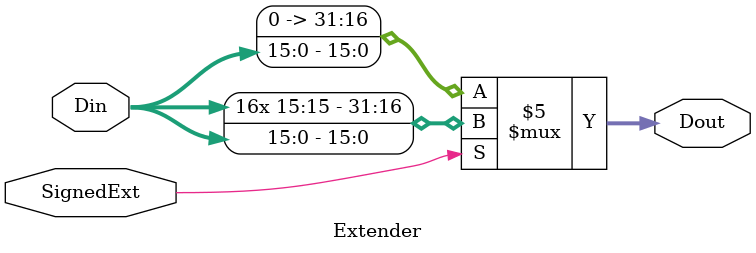
<source format=v>
`timescale 1ns / 1ps


module Extender(SignedExt, Din, Dout);
    input SignedExt;
    input[15:0] Din;
    output reg[31:0] Dout;
    initial begin
        Dout <= 0;
    end
    always@(*)begin
        if(SignedExt == 1'b1)Dout = {{16{Din[15]}}, Din};
        else Dout = {16'b0, Din};
    end
endmodule

</source>
